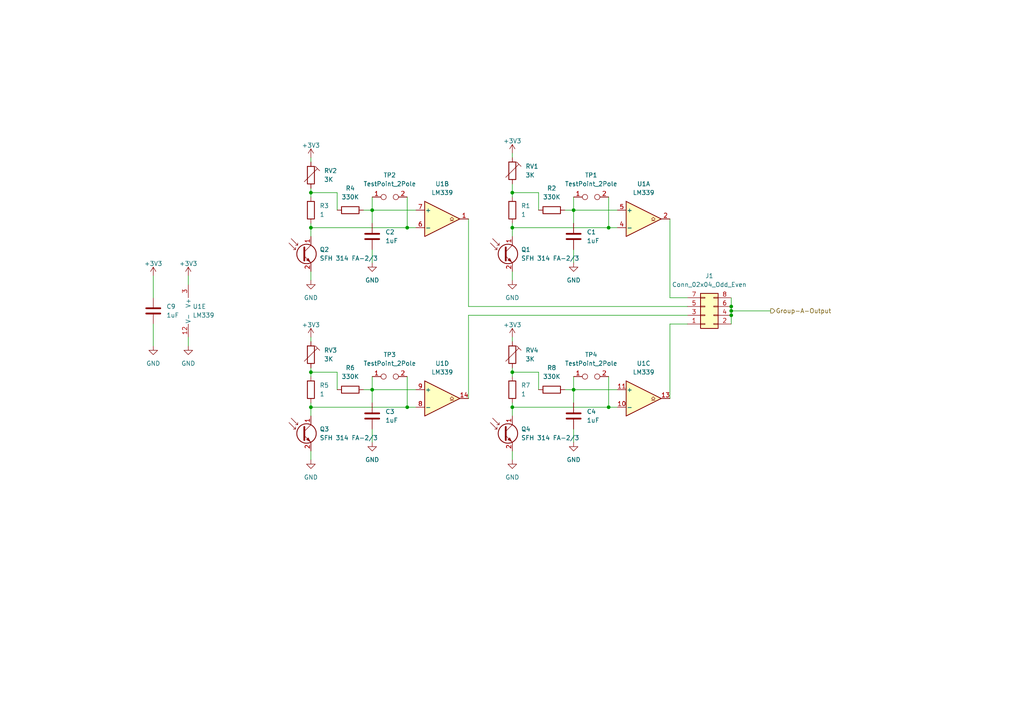
<source format=kicad_sch>
(kicad_sch (version 20211123) (generator eeschema)
  (paper "A4")
  (lib_symbols
    (symbol "Comparator:LM339" (pin_names (offset 0.127))
      (property "Reference" "U" (at 0 5.08 0))
      (property "Value" "LM339" (at 0 -5.08 0))
      (symbol "LM339_1_1"
        (polyline (pts (xy -5.08 5.08) (xy 5.08 0) (xy -5.08 -5.08) (xy -5.08 5.08)) (stroke (width 0.254)) (fill (type background)))
        (polyline (pts (xy 3.302 -0.508) (xy 2.794 -0.508) (xy 3.302 0) (xy 2.794 0.508) (xy 2.286 0) (xy 2.794 -0.508) (xy 2.286 -0.508)) (stroke (width 0.127)))
        (pin open_collector line (at 7.62 0 180) (length 2.54) (name "~") (number "2"))
        (pin input line (at -7.62 -2.54 0) (length 2.54) (name "-") (number "4"))
        (pin input line (at -7.62 2.54 0) (length 2.54) (name "+") (number "5"))
      )
      (symbol "LM339_2_1"
        (polyline (pts (xy -5.08 5.08) (xy 5.08 0) (xy -5.08 -5.08) (xy -5.08 5.08)) (stroke (width 0.254)) (fill (type background)))
        (polyline (pts (xy 3.302 -0.508) (xy 2.794 -0.508) (xy 3.302 0) (xy 2.794 0.508) (xy 2.286 0) (xy 2.794 -0.508) (xy 2.286 -0.508)) (stroke (width 0.127)))
        (pin open_collector line (at 7.62 0 180) (length 2.54) (name "~") (number "1"))
        (pin input line (at -7.62 -2.54 0) (length 2.54) (name "-") (number "6"))
        (pin input line (at -7.62 2.54 0) (length 2.54) (name "+") (number "7"))
      )
      (symbol "LM339_3_1"
        (polyline (pts (xy -5.08 5.08) (xy 5.08 0) (xy -5.08 -5.08) (xy -5.08 5.08)) (stroke (width 0.254)) (fill (type background)))
        (polyline (pts (xy 3.302 -0.508) (xy 2.794 -0.508) (xy 3.302 0) (xy 2.794 0.508) (xy 2.286 0) (xy 2.794 -0.508) (xy 2.286 -0.508)) (stroke (width 0.127)))
        (pin input line (at -7.62 -2.54 0) (length 2.54) (name "-") (number "10"))
        (pin input line (at -7.62 2.54 0) (length 2.54) (name "+") (number "11"))
        (pin open_collector line (at 7.62 0 180) (length 2.54) (name "~") (number "13"))
      )
      (symbol "LM339_4_1"
        (polyline (pts (xy -5.08 5.08) (xy 5.08 0) (xy -5.08 -5.08) (xy -5.08 5.08)) (stroke (width 0.254)) (fill (type background)))
        (polyline (pts (xy 3.302 -0.508) (xy 2.794 -0.508) (xy 3.302 0) (xy 2.794 0.508) (xy 2.286 0) (xy 2.794 -0.508) (xy 2.286 -0.508)) (stroke (width 0.127)))
        (pin open_collector line (at 7.62 0 180) (length 2.54) (name "~") (number "14"))
        (pin input line (at -7.62 -2.54 0) (length 2.54) (name "-") (number "8"))
        (pin input line (at -7.62 2.54 0) (length 2.54) (name "+") (number "9"))
      )
      (symbol "LM339_5_1"
        (pin power_in line (at -2.54 -7.62 90) (length 3.81) (name "V-") (number "12"))
        (pin power_in line (at -2.54 7.62 270) (length 3.81) (name "V+") (number "3"))
      )
    )
    (symbol "Connector:TestPoint_2Pole" (pin_names (offset 0.762) hide)
      (property "Reference" "TP" (at 0 1.524 0))
      (property "Value" "TestPoint_2Pole" (at 0 -1.778 0))
      (symbol "TestPoint_2Pole_0_1"
        (circle (center -1.778 0) (radius 0.762))
        (circle (center 1.778 0) (radius 0.762))
        (pin passive line (at -5.08 0 0) (length 2.54) (name "1") (number "1"))
        (pin passive line (at 5.08 0 180) (length 2.54) (name "2") (number "2"))
      )
    )
    (symbol "Connector_Generic:Conn_02x04_Odd_Even" (pin_names (offset 1.016) hide)
      (property "Reference" "J" (at 1.27 5.08 0))
      (property "Value" "Conn_02x04_Odd_Even" (at 1.27 -7.62 0))
      (symbol "Conn_02x04_Odd_Even_1_1"
        (rectangle (start -1.27 -4.953) (end 0 -5.207) (stroke (width 0.1524)))
        (rectangle (start -1.27 -2.413) (end 0 -2.667) (stroke (width 0.1524)))
        (rectangle (start -1.27 0.127) (end 0 -0.127) (stroke (width 0.1524)))
        (rectangle (start -1.27 2.667) (end 0 2.413) (stroke (width 0.1524)))
        (rectangle (start -1.27 3.81) (end 3.81 -6.35) (stroke (width 0.254)) (fill (type background)))
        (rectangle (start 3.81 -4.953) (end 2.54 -5.207) (stroke (width 0.1524)))
        (rectangle (start 3.81 -2.413) (end 2.54 -2.667) (stroke (width 0.1524)))
        (rectangle (start 3.81 0.127) (end 2.54 -0.127) (stroke (width 0.1524)))
        (rectangle (start 3.81 2.667) (end 2.54 2.413) (stroke (width 0.1524)))
        (pin passive line (at -5.08 2.54 0) (length 3.81) (name "Pin_1") (number "1"))
        (pin passive line (at 7.62 2.54 180) (length 3.81) (name "Pin_2") (number "2"))
        (pin passive line (at -5.08 0 0) (length 3.81) (name "Pin_3") (number "3"))
        (pin passive line (at 7.62 0 180) (length 3.81) (name "Pin_4") (number "4"))
        (pin passive line (at -5.08 -2.54 0) (length 3.81) (name "Pin_5") (number "5"))
        (pin passive line (at 7.62 -2.54 180) (length 3.81) (name "Pin_6") (number "6"))
        (pin passive line (at -5.08 -5.08 0) (length 3.81) (name "Pin_7") (number "7"))
        (pin passive line (at 7.62 -5.08 180) (length 3.81) (name "Pin_8") (number "8"))
      )
    )
    (symbol "Device:C" (pin_numbers hide) (pin_names (offset 0.254))
      (property "Reference" "C" (at 0.635 2.54 0))
      (property "Value" "C" (at 0.635 -2.54 0))
      (symbol "C_0_1"
        (polyline (pts (xy -2.032 -0.762) (xy 2.032 -0.762)) (stroke (width 0.508)))
        (polyline (pts (xy -2.032 0.762) (xy 2.032 0.762)) (stroke (width 0.508)))
      )
      (symbol "C_1_1"
        (pin passive line (at 0 3.81 270) (length 2.794) (name "~") (number "1"))
        (pin passive line (at 0 -3.81 90) (length 2.794) (name "~") (number "2"))
      )
    )
    (symbol "Device:Q_Photo_NPN" (pin_names (offset 0) hide)
      (property "Reference" "Q" (at 5.08 1.27 0))
      (property "Value" "Q_Photo_NPN" (at 5.08 -1.27 0))
      (symbol "Q_Photo_NPN_0_1"
        (polyline (pts (xy -1.905 1.27) (xy -2.54 1.27)))
        (polyline (pts (xy -1.27 2.54) (xy -1.905 2.54)))
        (polyline (pts (xy 0.635 0.635) (xy 2.54 2.54)))
        (polyline (pts (xy -3.81 3.175) (xy -1.905 1.27) (xy -1.905 1.905)))
        (polyline (pts (xy -3.175 4.445) (xy -1.27 2.54) (xy -1.27 3.175)))
        (polyline (pts (xy 0.635 -0.635) (xy 2.54 -2.54) (xy 2.54 -2.54)))
        (polyline (pts (xy 0.635 1.905) (xy 0.635 -1.905) (xy 0.635 -1.905)) (stroke (width 0.508)))
        (polyline (pts (xy 1.27 -1.778) (xy 1.778 -1.27) (xy 2.286 -2.286) (xy 1.27 -1.778) (xy 1.27 -1.778)) (fill (type outline)))
        (circle (center 1.27 0) (radius 2.8194) (stroke (width 0.254)))
      )
      (symbol "Q_Photo_NPN_1_1"
        (pin passive line (at 2.54 5.08 270) (length 2.54) (name "C") (number "1"))
        (pin passive line (at 2.54 -5.08 90) (length 2.54) (name "E") (number "2"))
      )
    )
    (symbol "Device:R" (pin_numbers hide) (pin_names (offset 0))
      (property "Reference" "R" (at 2.032 0 90))
      (property "Value" "R" (at 0 0 90))
      (symbol "R_0_1"
        (rectangle (start -1.016 -2.54) (end 1.016 2.54) (stroke (width 0.254)))
      )
      (symbol "R_1_1"
        (pin passive line (at 0 3.81 270) (length 1.27) (name "~") (number "1"))
        (pin passive line (at 0 -3.81 90) (length 1.27) (name "~") (number "2"))
      )
    )
    (symbol "Device:R_Trim" (pin_numbers hide) (pin_names (offset 0))
      (property "Reference" "R" (at 2.54 -2.54 90))
      (property "Value" "R_Trim" (at -2.54 -0.635 90))
      (symbol "R_Trim_0_1"
        (rectangle (start -1.016 -2.54) (end 1.016 2.54) (stroke (width 0.254)))
        (polyline (pts (xy -1.905 -1.905) (xy 1.905 1.905) (xy 2.54 1.27) (xy 1.27 2.54)))
      )
      (symbol "R_Trim_1_1"
        (pin passive line (at 0 3.81 270) (length 1.27) (name "~") (number "1"))
        (pin passive line (at 0 -3.81 90) (length 1.27) (name "~") (number "2"))
      )
    )
    (symbol "power:+3.3V" (power) (pin_names (offset 0))
      (property "Value" "+3.3V" (at 0 3.556 0))
      (symbol "+3.3V_0_1"
        (polyline (pts (xy -0.762 1.27) (xy 0 2.54)))
        (polyline (pts (xy 0 0) (xy 0 2.54)))
        (polyline (pts (xy 0 2.54) (xy 0.762 1.27)))
      )
      (symbol "+3.3V_1_1"
        (pin power_in line (at 0 0 90) (length 0) hide (name "+3V3") (number "1"))
      )
    )
    (symbol "power:GND" (power) (pin_names (offset 0))
      (property "Value" "GND" (at 0 -3.81 0))
      (symbol "GND_0_1"
        (polyline (pts (xy 0 0) (xy 0 -1.27) (xy 1.27 -1.27) (xy 0 -2.54) (xy -1.27 -1.27) (xy 0 -1.27)))
      )
      (symbol "GND_1_1"
        (pin power_in line (at 0 0 270) (length 0) hide (name "GND") (number "1"))
      )
    )
  )
  (junction (at 90.17 107.95))
  (junction (at 118.11 66.04))
  (junction (at 166.37 60.96))
  (junction (at 148.59 66.04))
  (junction (at 148.59 55.88))
  (junction (at 90.17 66.04))
  (junction (at 118.11 118.11))
  (junction (at 212.09 90.17))
  (junction (at 148.59 107.95))
  (junction (at 107.95 113.03))
  (junction (at 176.53 118.11))
  (junction (at 166.37 113.03))
  (junction (at 90.17 118.11))
  (junction (at 176.53 66.04))
  (junction (at 212.09 91.44))
  (junction (at 90.17 55.88))
  (junction (at 148.59 118.11))
  (junction (at 212.09 88.9))
  (junction (at 107.95 60.96))
  (wire (pts (xy 90.17 78.74) (xy 90.17 81.28)))
  (wire (pts (xy 166.37 72.39) (xy 166.37 76.2)))
  (wire (pts (xy 44.45 80.01) (xy 44.45 86.36)))
  (wire (pts (xy 90.17 106.68) (xy 90.17 107.95)))
  (wire (pts (xy 90.17 107.95) (xy 90.17 109.22)))
  (wire (pts (xy 107.95 60.96) (xy 107.95 64.77)))
  (wire (pts (xy 148.59 44.45) (xy 148.59 45.72)))
  (wire (pts (xy 212.09 91.44) (xy 212.09 93.98)))
  (wire (pts (xy 166.37 113.03) (xy 166.37 116.84)))
  (wire (pts (xy 194.31 93.98) (xy 199.39 93.98)))
  (wire (pts (xy 194.31 63.5) (xy 194.31 86.36)))
  (wire (pts (xy 179.07 118.11) (xy 176.53 118.11)))
  (wire (pts (xy 107.95 113.03) (xy 107.95 109.22)))
  (wire (pts (xy 90.17 66.04) (xy 90.17 68.58)))
  (wire (pts (xy 90.17 130.81) (xy 90.17 133.35)))
  (wire (pts (xy 166.37 124.46) (xy 166.37 128.27)))
  (wire (pts (xy 163.83 113.03) (xy 166.37 113.03)))
  (wire (pts (xy 166.37 60.96) (xy 166.37 57.15)))
  (wire (pts (xy 166.37 60.96) (xy 166.37 64.77)))
  (wire (pts (xy 176.53 118.11) (xy 148.59 118.11)))
  (wire (pts (xy 90.17 97.79) (xy 90.17 99.06)))
  (wire (pts (xy 118.11 66.04) (xy 118.11 57.15)))
  (wire (pts (xy 148.59 106.68) (xy 148.59 107.95)))
  (wire (pts (xy 148.59 107.95) (xy 148.59 109.22)))
  (wire (pts (xy 105.41 60.96) (xy 107.95 60.96)))
  (wire (pts (xy 176.53 66.04) (xy 148.59 66.04)))
  (wire (pts (xy 135.89 91.44) (xy 199.39 91.44)))
  (wire (pts (xy 90.17 45.72) (xy 90.17 46.99)))
  (wire (pts (xy 194.31 86.36) (xy 199.39 86.36)))
  (wire (pts (xy 148.59 107.95) (xy 156.21 107.95)))
  (wire (pts (xy 156.21 113.03) (xy 156.21 107.95)))
  (wire (pts (xy 212.09 88.9) (xy 212.09 90.17)))
  (wire (pts (xy 212.09 90.17) (xy 212.09 91.44)))
  (wire (pts (xy 135.89 63.5) (xy 135.89 88.9)))
  (wire (pts (xy 166.37 113.03) (xy 179.07 113.03)))
  (wire (pts (xy 120.65 118.11) (xy 118.11 118.11)))
  (wire (pts (xy 90.17 107.95) (xy 97.79 107.95)))
  (wire (pts (xy 97.79 113.03) (xy 97.79 107.95)))
  (wire (pts (xy 107.95 72.39) (xy 107.95 76.2)))
  (wire (pts (xy 166.37 60.96) (xy 179.07 60.96)))
  (wire (pts (xy 120.65 66.04) (xy 118.11 66.04)))
  (wire (pts (xy 148.59 53.34) (xy 148.59 55.88)))
  (wire (pts (xy 148.59 55.88) (xy 148.59 57.15)))
  (wire (pts (xy 107.95 60.96) (xy 120.65 60.96)))
  (wire (pts (xy 148.59 66.04) (xy 148.59 68.58)))
  (wire (pts (xy 44.45 93.98) (xy 44.45 100.33)))
  (wire (pts (xy 118.11 118.11) (xy 90.17 118.11)))
  (wire (pts (xy 90.17 54.61) (xy 90.17 55.88)))
  (wire (pts (xy 90.17 55.88) (xy 90.17 57.15)))
  (wire (pts (xy 194.31 115.57) (xy 194.31 93.98)))
  (wire (pts (xy 176.53 118.11) (xy 176.53 109.22)))
  (wire (pts (xy 179.07 66.04) (xy 176.53 66.04)))
  (wire (pts (xy 118.11 118.11) (xy 118.11 109.22)))
  (wire (pts (xy 135.89 88.9) (xy 199.39 88.9)))
  (wire (pts (xy 212.09 90.17) (xy 223.52 90.17)))
  (wire (pts (xy 90.17 55.88) (xy 97.79 55.88)))
  (wire (pts (xy 97.79 60.96) (xy 97.79 55.88)))
  (wire (pts (xy 118.11 66.04) (xy 90.17 66.04)))
  (wire (pts (xy 148.59 97.79) (xy 148.59 99.06)))
  (wire (pts (xy 148.59 55.88) (xy 156.21 55.88)))
  (wire (pts (xy 156.21 60.96) (xy 156.21 55.88)))
  (wire (pts (xy 148.59 118.11) (xy 148.59 120.65)))
  (wire (pts (xy 107.95 124.46) (xy 107.95 128.27)))
  (wire (pts (xy 212.09 86.36) (xy 212.09 88.9)))
  (wire (pts (xy 135.89 91.44) (xy 135.89 115.57)))
  (wire (pts (xy 166.37 113.03) (xy 166.37 109.22)))
  (wire (pts (xy 107.95 60.96) (xy 107.95 57.15)))
  (wire (pts (xy 105.41 113.03) (xy 107.95 113.03)))
  (wire (pts (xy 176.53 66.04) (xy 176.53 57.15)))
  (wire (pts (xy 148.59 130.81) (xy 148.59 133.35)))
  (wire (pts (xy 54.61 97.79) (xy 54.61 100.33)))
  (wire (pts (xy 148.59 118.11) (xy 148.59 116.84)))
  (wire (pts (xy 107.95 113.03) (xy 107.95 116.84)))
  (wire (pts (xy 90.17 66.04) (xy 90.17 64.77)))
  (wire (pts (xy 54.61 80.01) (xy 54.61 82.55)))
  (wire (pts (xy 148.59 66.04) (xy 148.59 64.77)))
  (wire (pts (xy 90.17 118.11) (xy 90.17 120.65)))
  (wire (pts (xy 107.95 113.03) (xy 120.65 113.03)))
  (wire (pts (xy 90.17 118.11) (xy 90.17 116.84)))
  (wire (pts (xy 163.83 60.96) (xy 166.37 60.96)))
  (wire (pts (xy 148.59 78.74) (xy 148.59 81.28)))
  (hierarchical_label "Group-A-Output" (shape output) (at 223.52 90.17 0))
  (symbol (lib_id "Device:R_Trim") (at 90.17 50.8 0) (unit 1)
    (property "Reference" "RV2" (at 93.98 49.5299 0) (effects (justify left)))
    (property "Value" "3K" (at 93.98 52.0699 0) (effects (justify left)))
    (property "Footprint" "SamacSys_Parts:3362P_1" (effects hide))
  )
  (symbol (lib_id "Connector_Generic:Conn_02x04_Odd_Even") (at 204.47 91.44 0) (mirror x) (unit 1)
    (property "Reference" "J1" (at 205.74 80.01 0))
    (property "Value" "Conn_02x04_Odd_Even" (at 205.74 82.55 0))
    (property "Footprint" "Connector_PinHeader_2.54mm:PinHeader_2x04_P2.54mm_Vertical" (effects hide))
  )
  (symbol (lib_id "Comparator:LM339") (at 186.69 115.57 0) (unit 3)
    (property "Reference" "U1" (at 186.69 105.41 0))
    (property "Value" "LM339" (at 186.69 107.95 0))
    (property "Footprint" "Package_SO:TSSOP-14_4.4x5mm_P0.65mm" (effects hide))
    (property "Datasheet" "https://www.st.com/resource/en/datasheet/lm139.pdf" (effects hide))
  )
  (symbol (lib_id "Device:Q_Photo_NPN") (at 87.63 125.73 0) (unit 1)
    (property "Reference" "Q3" (at 92.71 124.4599 0) (effects (justify left)))
    (property "Value" "SFH 314 FA-2/3" (at 92.71 126.9999 0) (effects (justify left)))
    (property "Footprint" "LED_THT:LED_D3.0mm_IRBlack" (effects hide))
  )
  (symbol (lib_id "power:+3.3V") (at 54.61 80.01 0) (unit 1)
    (property "Reference" "#PWR0110" (effects hide))
    (property "Value" "+3.3V" (at 54.61 76.454 0))
  )
  (symbol (lib_id "power:+3.3V") (at 148.59 44.45 0) (unit 1)
    (property "Reference" "#PWR0114" (effects hide))
    (property "Value" "+3.3V" (at 148.59 40.894 0))
  )
  (symbol (lib_id "power:+3.3V") (at 148.59 97.79 0) (unit 1)
    (property "Reference" "#PWR0122" (effects hide))
    (property "Value" "+3.3V" (at 148.59 94.234 0))
  )
  (symbol (lib_id "Device:R") (at 148.59 113.03 0) (unit 1)
    (property "Reference" "R7" (at 151.13 111.7599 0) (effects (justify left)))
    (property "Value" "1" (at 151.13 114.2999 0) (effects (justify left)))
    (property "Footprint" "Resistor_SMD:R_0805_2012Metric_Pad1.20x1.40mm_HandSolder" (effects hide))
  )
  (symbol (lib_id "Device:R_Trim") (at 148.59 49.53 0) (unit 1)
    (property "Reference" "RV1" (at 152.4 48.2599 0) (effects (justify left)))
    (property "Value" "3K" (at 152.4 50.7999 0) (effects (justify left)))
    (property "Footprint" "SamacSys_Parts:3362P_1" (effects hide))
  )
  (symbol (lib_id "power:GND") (at 166.37 76.2 0) (unit 1)
    (property "Reference" "#PWR0108" (effects hide))
    (property "Value" "GND" (at 166.37 81.28 0))
  )
  (symbol (lib_id "power:GND") (at 44.45 100.33 0) (unit 1)
    (property "Reference" "#PWR0113" (effects hide))
    (property "Value" "GND" (at 44.45 105.41 0))
  )
  (symbol (lib_id "Device:R") (at 101.6 60.96 90) (unit 1)
    (property "Reference" "R4" (at 101.6 54.61 90))
    (property "Value" "330K" (at 101.6 57.15 90))
    (property "Footprint" "Resistor_SMD:R_0805_2012Metric_Pad1.20x1.40mm_HandSolder" (effects hide))
  )
  (symbol (lib_id "Comparator:LM339") (at 57.15 90.17 0) (unit 5)
    (property "Reference" "U1" (at 55.88 88.8999 0) (effects (justify left)))
    (property "Value" "LM339" (at 55.88 91.4399 0) (effects (justify left)))
    (property "Footprint" "Package_SO:TSSOP-14_4.4x5mm_P0.65mm" (effects hide))
    (property "Datasheet" "https://www.st.com/resource/en/datasheet/lm139.pdf" (effects hide))
  )
  (symbol (lib_id "power:GND") (at 107.95 128.27 0) (unit 1)
    (property "Reference" "#PWR0117" (effects hide))
    (property "Value" "GND" (at 107.95 133.35 0))
  )
  (symbol (lib_id "Device:C") (at 107.95 120.65 0) (unit 1)
    (property "Reference" "C3" (at 111.76 119.3799 0) (effects (justify left)))
    (property "Value" "1uF" (at 111.76 121.9199 0) (effects (justify left)))
    (property "Footprint" "Capacitor_SMD:C_0805_2012Metric_Pad1.18x1.45mm_HandSolder" (effects hide))
  )
  (symbol (lib_id "Device:R") (at 160.02 113.03 90) (unit 1)
    (property "Reference" "R8" (at 160.02 106.68 90))
    (property "Value" "330K" (at 160.02 109.22 90))
    (property "Footprint" "Resistor_SMD:R_0805_2012Metric_Pad1.20x1.40mm_HandSolder" (effects hide))
  )
  (symbol (lib_id "Connector:TestPoint_2Pole") (at 171.45 109.22 0) (unit 1)
    (property "Reference" "TP4" (at 171.45 102.87 0))
    (property "Value" "TestPoint_2Pole" (at 171.45 105.41 0))
    (property "Footprint" "Connector_PinHeader_2.54mm:PinHeader_1x02_P2.54mm_Vertical" (effects hide))
  )
  (symbol (lib_id "Comparator:LM339") (at 128.27 115.57 0) (unit 4)
    (property "Reference" "U1" (at 128.27 105.41 0))
    (property "Value" "LM339" (at 128.27 107.95 0))
    (property "Footprint" "Package_SO:TSSOP-14_4.4x5mm_P0.65mm" (effects hide))
    (property "Datasheet" "https://www.st.com/resource/en/datasheet/lm139.pdf" (effects hide))
  )
  (symbol (lib_id "power:+3.3V") (at 44.45 80.01 0) (unit 1)
    (property "Reference" "#PWR0111" (effects hide))
    (property "Value" "+3.3V" (at 44.45 76.454 0))
  )
  (symbol (lib_id "Connector:TestPoint_2Pole") (at 113.03 109.22 0) (unit 1)
    (property "Reference" "TP3" (at 113.03 102.87 0))
    (property "Value" "TestPoint_2Pole" (at 113.03 105.41 0))
    (property "Footprint" "Connector_PinHeader_2.54mm:PinHeader_1x02_P2.54mm_Vertical" (effects hide))
  )
  (symbol (lib_id "Device:R") (at 101.6 113.03 90) (unit 1)
    (property "Reference" "R6" (at 101.6 106.68 90))
    (property "Value" "330K" (at 101.6 109.22 90))
    (property "Footprint" "Resistor_SMD:R_0805_2012Metric_Pad1.20x1.40mm_HandSolder" (effects hide))
  )
  (symbol (lib_id "Device:C") (at 166.37 68.58 0) (unit 1)
    (property "Reference" "C1" (at 170.18 67.3099 0) (effects (justify left)))
    (property "Value" "1uF" (at 170.18 69.8499 0) (effects (justify left)))
    (property "Footprint" "Capacitor_SMD:C_0805_2012Metric_Pad1.18x1.45mm_HandSolder" (effects hide))
  )
  (symbol (lib_id "Device:C") (at 107.95 68.58 0) (unit 1)
    (property "Reference" "C2" (at 111.76 67.3099 0) (effects (justify left)))
    (property "Value" "1uF" (at 111.76 69.8499 0) (effects (justify left)))
    (property "Footprint" "Capacitor_SMD:C_0805_2012Metric_Pad1.18x1.45mm_HandSolder" (effects hide))
  )
  (symbol (lib_id "Device:C") (at 166.37 120.65 0) (unit 1)
    (property "Reference" "C4" (at 170.18 119.3799 0) (effects (justify left)))
    (property "Value" "1uF" (at 170.18 121.9199 0) (effects (justify left)))
    (property "Footprint" "Capacitor_SMD:C_0805_2012Metric_Pad1.18x1.45mm_HandSolder" (effects hide))
  )
  (symbol (lib_id "power:GND") (at 148.59 133.35 0) (unit 1)
    (property "Reference" "#PWR0119" (effects hide))
    (property "Value" "GND" (at 148.59 138.43 0))
  )
  (symbol (lib_id "Device:Q_Photo_NPN") (at 87.63 73.66 0) (unit 1)
    (property "Reference" "Q2" (at 92.71 72.3899 0) (effects (justify left)))
    (property "Value" "SFH 314 FA-2/3" (at 92.71 74.9299 0) (effects (justify left)))
    (property "Footprint" "LED_THT:LED_D3.0mm_IRBlack" (effects hide))
  )
  (symbol (lib_id "Device:R") (at 90.17 113.03 0) (unit 1)
    (property "Reference" "R5" (at 92.71 111.7599 0) (effects (justify left)))
    (property "Value" "1" (at 92.71 114.2999 0) (effects (justify left)))
    (property "Footprint" "Resistor_SMD:R_0805_2012Metric_Pad1.20x1.40mm_HandSolder" (effects hide))
  )
  (symbol (lib_id "Device:R") (at 160.02 60.96 90) (unit 1)
    (property "Reference" "R2" (at 160.02 54.61 90))
    (property "Value" "330K" (at 160.02 57.15 90))
    (property "Footprint" "Resistor_SMD:R_0805_2012Metric_Pad1.20x1.40mm_HandSolder" (effects hide))
  )
  (symbol (lib_id "Device:R") (at 90.17 60.96 0) (unit 1)
    (property "Reference" "R3" (at 92.71 59.6899 0) (effects (justify left)))
    (property "Value" "1" (at 92.71 62.2299 0) (effects (justify left)))
    (property "Footprint" "Resistor_SMD:R_0805_2012Metric_Pad1.20x1.40mm_HandSolder" (effects hide))
  )
  (symbol (lib_id "Device:R") (at 148.59 60.96 0) (unit 1)
    (property "Reference" "R1" (at 151.13 59.6899 0) (effects (justify left)))
    (property "Value" "1" (at 151.13 62.2299 0) (effects (justify left)))
    (property "Footprint" "Resistor_SMD:R_0805_2012Metric_Pad1.20x1.40mm_HandSolder" (effects hide))
  )
  (symbol (lib_id "Connector:TestPoint_2Pole") (at 113.03 57.15 0) (unit 1)
    (property "Reference" "TP2" (at 113.03 50.8 0))
    (property "Value" "TestPoint_2Pole" (at 113.03 53.34 0))
    (property "Footprint" "Connector_PinHeader_2.54mm:PinHeader_1x02_P2.54mm_Vertical" (effects hide))
  )
  (symbol (lib_id "power:GND") (at 90.17 81.28 0) (unit 1)
    (property "Reference" "#PWR0121" (effects hide))
    (property "Value" "GND" (at 90.17 86.36 0))
  )
  (symbol (lib_id "power:+3.3V") (at 90.17 97.79 0) (unit 1)
    (property "Reference" "#PWR0107" (effects hide))
    (property "Value" "+3.3V" (at 90.17 94.234 0))
  )
  (symbol (lib_id "Comparator:LM339") (at 128.27 63.5 0) (unit 2)
    (property "Reference" "U1" (at 128.27 53.34 0))
    (property "Value" "LM339" (at 128.27 55.88 0))
    (property "Footprint" "Package_SO:TSSOP-14_4.4x5mm_P0.65mm" (effects hide))
    (property "Datasheet" "https://www.st.com/resource/en/datasheet/lm139.pdf" (effects hide))
  )
  (symbol (lib_id "power:GND") (at 166.37 128.27 0) (unit 1)
    (property "Reference" "#PWR0120" (effects hide))
    (property "Value" "GND" (at 166.37 133.35 0))
  )
  (symbol (lib_id "Comparator:LM339") (at 186.69 63.5 0) (unit 1)
    (property "Reference" "U1" (at 186.69 53.34 0))
    (property "Value" "LM339" (at 186.69 55.88 0))
    (property "Footprint" "Package_SO:TSSOP-14_4.4x5mm_P0.65mm" (effects hide))
    (property "Datasheet" "https://www.st.com/resource/en/datasheet/lm139.pdf" (effects hide))
  )
  (symbol (lib_id "Device:Q_Photo_NPN") (at 146.05 73.66 0) (unit 1)
    (property "Reference" "Q1" (at 151.13 72.3899 0) (effects (justify left)))
    (property "Value" "SFH 314 FA-2/3" (at 151.13 74.9299 0) (effects (justify left)))
    (property "Footprint" "LED_THT:LED_D3.0mm_IRBlack" (effects hide))
  )
  (symbol (lib_id "Device:C") (at 44.45 90.17 0) (unit 1)
    (property "Reference" "C9" (at 48.26 88.8999 0) (effects (justify left)))
    (property "Value" "1uF" (at 48.26 91.4399 0) (effects (justify left)))
    (property "Footprint" "Capacitor_SMD:C_0805_2012Metric_Pad1.18x1.45mm_HandSolder" (effects hide))
  )
  (symbol (lib_id "power:GND") (at 148.59 81.28 0) (unit 1)
    (property "Reference" "#PWR0115" (effects hide))
    (property "Value" "GND" (at 148.59 86.36 0))
  )
  (symbol (lib_id "power:GND") (at 90.17 133.35 0) (unit 1)
    (property "Reference" "#PWR0116" (effects hide))
    (property "Value" "GND" (at 90.17 138.43 0))
  )
  (symbol (lib_id "Device:R_Trim") (at 148.59 102.87 0) (unit 1)
    (property "Reference" "RV4" (at 152.4 101.5999 0) (effects (justify left)))
    (property "Value" "3K" (at 152.4 104.1399 0) (effects (justify left)))
    (property "Footprint" "SamacSys_Parts:3362P_1" (effects hide))
  )
  (symbol (lib_id "Device:Q_Photo_NPN") (at 146.05 125.73 0) (unit 1)
    (property "Reference" "Q4" (at 151.13 124.4599 0) (effects (justify left)))
    (property "Value" "SFH 314 FA-2/3" (at 151.13 126.9999 0) (effects (justify left)))
    (property "Footprint" "LED_THT:LED_D3.0mm_IRBlack" (effects hide))
  )
  (symbol (lib_id "power:GND") (at 54.61 100.33 0) (unit 1)
    (property "Reference" "#PWR0112" (effects hide))
    (property "Value" "GND" (at 54.61 105.41 0))
  )
  (symbol (lib_id "Device:R_Trim") (at 90.17 102.87 0) (unit 1)
    (property "Reference" "RV3" (at 93.98 101.5999 0) (effects (justify left)))
    (property "Value" "3K" (at 93.98 104.1399 0) (effects (justify left)))
    (property "Footprint" "SamacSys_Parts:3362P_1" (effects hide))
  )
  (symbol (lib_id "power:GND") (at 107.95 76.2 0) (unit 1)
    (property "Reference" "#PWR0118" (effects hide))
    (property "Value" "GND" (at 107.95 81.28 0))
  )
  (symbol (lib_id "Connector:TestPoint_2Pole") (at 171.45 57.15 0) (unit 1)
    (property "Reference" "TP1" (at 171.45 50.8 0))
    (property "Value" "TestPoint_2Pole" (at 171.45 53.34 0))
    (property "Footprint" "Connector_PinHeader_2.54mm:PinHeader_1x02_P2.54mm_Vertical" (effects hide))
  )
  (symbol (lib_id "power:+3.3V") (at 90.17 45.72 0) (unit 1)
    (property "Reference" "#PWR0109" (effects hide))
    (property "Value" "+3.3V" (at 90.17 42.164 0))
  )
)
</source>
